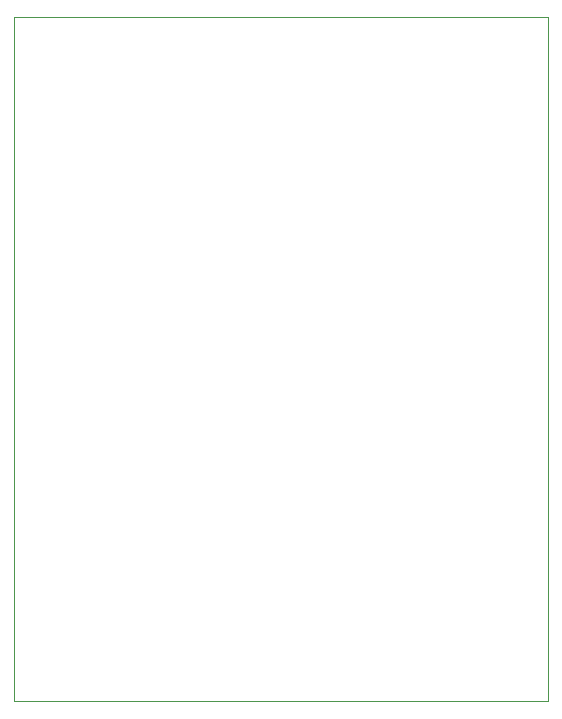
<source format=gbr>
%TF.GenerationSoftware,KiCad,Pcbnew,(6.0.0-0)*%
%TF.CreationDate,2022-03-20T10:25:10-04:00*%
%TF.ProjectId,ADC-Decoder-Controller,4144432d-4465-4636-9f64-65722d436f6e,rev?*%
%TF.SameCoordinates,Original*%
%TF.FileFunction,Profile,NP*%
%FSLAX46Y46*%
G04 Gerber Fmt 4.6, Leading zero omitted, Abs format (unit mm)*
G04 Created by KiCad (PCBNEW (6.0.0-0)) date 2022-03-20 10:25:10*
%MOMM*%
%LPD*%
G01*
G04 APERTURE LIST*
%TA.AperFunction,Profile*%
%ADD10C,0.100000*%
%TD*%
G04 APERTURE END LIST*
D10*
X132842000Y-67818000D02*
X87630000Y-67818000D01*
X87630000Y-67818000D02*
X87630000Y-125730000D01*
X87630000Y-125730000D02*
X132842000Y-125730000D01*
X132842000Y-125730000D02*
X132842000Y-67818000D01*
M02*

</source>
